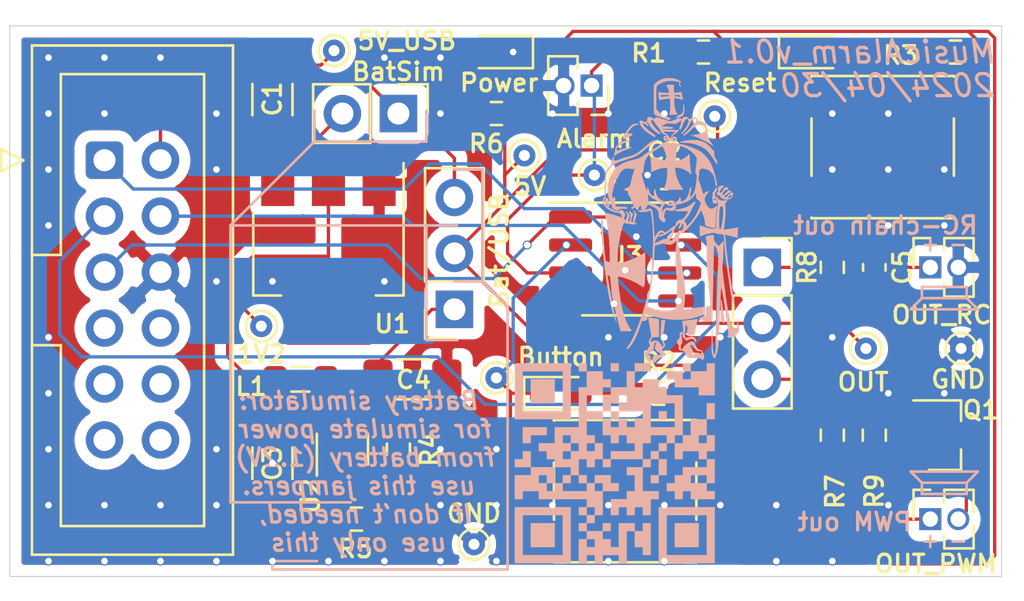
<source format=kicad_pcb>
(kicad_pcb (version 20171130) (host pcbnew "(5.1.12)-1")
  (layers (0 F.Cu signal) (31 B.Cu signal) (34 B.Paste user) (35 F.Paste user) (36 B.SilkS user) (37 F.SilkS user) (38 B.Mask user) (39 F.Mask user) (44 Edge.Cuts user))
  (net 0 "")
  (net 1 GND)
  (net 2 +5V)
  (net 3 "Net-(C4-Pad1)")
  (net 4 "Net-(D1-Pad2)")
  (net 5 /btn)
  (net 6 "Net-(D2-Pad2)")
  (net 7 /reset)
  (net 8 /mosi)
  (net 9 /sck)
  (net 10 /miso)
  (net 11 /alarm)
  (net 12 "Net-(L1-Pad2)")
  (net 13 "Net-(LS2-Pad2)")
  (net 14 "Net-(Q1-Pad1)")
  (net 15 "Net-(R4-Pad2)")
  (net 16 /rc)
  (net 17 "Net-(SW2-Pad2)")
  (net 18 +5VD)
  (net 19 +1V2)
  (net 20 "Net-(C5-Pad1)")
  (net 21 "Net-(D3-Pad2)")
  (net 22 "Net-(R7-Pad2)")
  (module mine:qr_code_front_10mm (layer B.Cu) (at 137.414 109.855)
    (fp_text reference G*** hide)
    (fp_text value LOGO hide)
  )
  (module mine:knight_10x13mm (layer B.Cu) (at 139.954 98.806 180)
    (fp_text reference G*** hide)
    (fp_text value LOGO hide)
  )
  (module TestPoint:TestPoint_THTPad_D1.0mm_Drill0.5mm (layer F.Cu) (at 131.064 113.538)
    (fp_text reference TP9 hide)
    (fp_text value GND)
    (pad 1 thru_hole circle (at 0 0) (size 1 1) (drill 0.5) (layers *.Cu *.Mask) (net 1 GND))
  )
  (module TestPoint:TestPoint_THTPad_D1.0mm_Drill0.5mm (layer F.Cu) (at 153.162 104.648)
    (fp_text reference TP8 hide)
    (fp_text value GND)
    (pad 1 thru_hole circle (at 0 0) (size 1 1) (drill 0.5) (layers *.Cu *.Mask) (net 1 GND))
  )
  (module TestPoint:TestPoint_THTPad_D1.0mm_Drill0.5mm (layer F.Cu) (at 148.844 104.648)
    (fp_text reference TP7 hide)
    (fp_text value Out)
    (pad 1 thru_hole circle (at 0 0) (size 1 1) (drill 0.5) (layers *.Cu *.Mask) (net 8 /mosi))
  )
  (module TestPoint:TestPoint_THTPad_D1.0mm_Drill0.5mm (layer F.Cu) (at 136.525 96.774)
    (fp_text reference TP6 hide)
    (fp_text value Alarm)
    (pad 1 thru_hole circle (at 0 0) (size 1 1) (drill 0.5) (layers *.Cu *.Mask) (net 11 /alarm))
  )
  (module TestPoint:TestPoint_THTPad_D1.0mm_Drill0.5mm (layer F.Cu) (at 132.08 105.9815)
    (fp_text reference TP5 hide)
    (fp_text value Btn)
    (pad 1 thru_hole circle (at 0 0) (size 1 1) (drill 0.5) (layers *.Cu *.Mask) (net 5 /btn))
  )
  (module TestPoint:TestPoint_THTPad_D1.0mm_Drill0.5mm (layer F.Cu) (at 141.986 94.107)
    (fp_text reference TP4 hide)
    (fp_text value Reset)
    (pad 1 thru_hole circle (at 0 0) (size 1 1) (drill 0.5) (layers *.Cu *.Mask) (net 7 /reset))
  )
  (module TestPoint:TestPoint_THTPad_D1.0mm_Drill0.5mm (layer F.Cu) (at 121.412 103.632)
    (fp_text reference TP3 hide)
    (fp_text value 1V2)
    (pad 1 thru_hole circle (at 0 0) (size 1 1) (drill 0.5) (layers *.Cu *.Mask) (net 19 +1V2))
  )
  (module TestPoint:TestPoint_THTPad_D1.0mm_Drill0.5mm (layer F.Cu) (at 133.35 95.885)
    (fp_text reference TP2 hide)
    (fp_text value 5V)
    (pad 1 thru_hole circle (at 0 0) (size 1 1) (drill 0.5) (layers *.Cu *.Mask) (net 2 +5V))
  )
  (module TestPoint:TestPoint_THTPad_D1.0mm_Drill0.5mm (layer F.Cu) (at 124.714 91.1225)
    (fp_text reference TP1 hide)
    (fp_text value 5V_USB)
    (pad 1 thru_hole circle (at 0 0) (size 1 1) (drill 0.5) (layers *.Cu *.Mask) (net 18 +5VD))
  )
  (module Resistor_SMD:R_0603_1608Metric_Pad0.98x0.95mm_HandSolder (layer F.Cu) (at 132.08 93.98)
    (fp_text reference R6 (at -0.4572 1.3716) (layer F.SilkS) (effects (font (size 0.8 0.8))))
    (fp_text value 510)
    (pad 2 smd roundrect (at 0.9125 0) (size 0.975 0.95) (layers F.Cu F.Paste F.Mask) (net 2 +5V))
    (pad 1 smd roundrect (at -0.9125 0) (size 0.975 0.95) (layers F.Cu F.Paste F.Mask) (net 21 "Net-(D3-Pad2)"))
  )
  (module LED_SMD:LED_0603_1608Metric_Pad1.05x0.95mm_HandSolder (layer F.Cu) (at 132.08 91.186 180)
    (fp_text reference D3 hide)
    (fp_text value Power)
    (pad 2 smd roundrect (at 0.875 0 180) (size 1.05 0.95) (layers F.Cu F.Paste F.Mask) (net 21 "Net-(D3-Pad2)"))
    (pad 1 smd roundrect (at -0.875 0 180) (size 1.05 0.95) (layers F.Cu F.Paste F.Mask) (net 1 GND))
  )
  (module Capacitor_SMD:C_0603_1608Metric_Pad1.08x0.95mm_HandSolder (layer F.Cu) (at 139.7 96.901 180)
    (fp_text reference C2 (at 0 1.1938) (layer F.SilkS) (effects (font (size 0.8 0.8))))
    (fp_text value 100n)
    (pad 2 smd roundrect (at 0.8625 0 180) (size 1.075 0.95) (layers F.Cu F.Paste F.Mask) (net 1 GND))
    (pad 1 smd roundrect (at -0.8625 0 180) (size 1.075 0.95) (layers F.Cu F.Paste F.Mask) (net 2 +5V))
  )
  (module Connector_PinSocket_2.54mm:PinSocket_1x03_P2.54mm_Vertical (layer F.Cu) (at 130.175 102.87 180)
    (fp_text reference SW4 hide)
    (fp_text value USB/DCDC)
    (pad 3 thru_hole oval (at 0 5.08 180) (size 1.7 1.7) (drill 1) (layers *.Cu *.Mask) (net 18 +5VD))
    (pad 2 thru_hole oval (at 0 2.54 180) (size 1.7 1.7) (drill 1) (layers *.Cu *.Mask) (net 2 +5V))
    (pad 1 thru_hole rect (at 0 0 180) (size 1.7 1.7) (drill 1) (layers *.Cu *.Mask) (net 3 "Net-(C4-Pad1)"))
  )
  (module Package_SO:SOIC-8_3.9x4.9mm_P1.27mm (layer F.Cu) (at 137.922 100.584)
    (fp_text reference U3 (at 0 -0.127) (layer F.SilkS) (effects (font (size 0.8 0.8))))
    (fp_text value ATtiny13-20SSU)
    (pad 8 smd roundrect (at 2.475 -1.905) (size 1.95 0.6) (layers F.Cu F.Paste F.Mask) (net 2 +5V))
    (pad 7 smd roundrect (at 2.475 -0.635) (size 1.95 0.6) (layers F.Cu F.Paste F.Mask) (net 9 /sck))
    (pad 6 smd roundrect (at 2.475 0.635) (size 1.95 0.6) (layers F.Cu F.Paste F.Mask) (net 10 /miso))
    (pad 5 smd roundrect (at 2.475 1.905) (size 1.95 0.6) (layers F.Cu F.Paste F.Mask) (net 8 /mosi))
    (pad 4 smd roundrect (at -2.475 1.905) (size 1.95 0.6) (layers F.Cu F.Paste F.Mask) (net 1 GND))
    (pad 3 smd roundrect (at -2.475 0.635) (size 1.95 0.6) (layers F.Cu F.Paste F.Mask) (net 11 /alarm))
    (pad 2 smd roundrect (at -2.475 -0.635) (size 1.95 0.6) (layers F.Cu F.Paste F.Mask) (net 5 /btn))
    (pad 1 smd roundrect (at -2.475 -1.905) (size 1.95 0.6) (layers F.Cu F.Paste F.Mask) (net 7 /reset))
  )
  (module Package_TO_SOT_SMD:Texas_R-PDSO-G6 (layer F.Cu) (at 125.095 109.22 90)
    (fp_text reference U2 (at -2.1336 -1.4478 90) (layer F.SilkS) (effects (font (size 0.8 0.8))))
    (fp_text value TPS61221DCK)
    (pad 6 smd rect (at 1.1 -0.65 90) (size 0.9 0.4) (layers F.Cu F.Paste F.Mask) (net 19 +1V2))
    (pad 4 smd rect (at 1.1 0.65 90) (size 0.9 0.4) (layers F.Cu F.Paste F.Mask) (net 3 "Net-(C4-Pad1)"))
    (pad 2 smd rect (at -1.1 0 90) (size 0.9 0.4) (layers F.Cu F.Paste F.Mask) (net 15 "Net-(R4-Pad2)"))
    (pad 5 smd rect (at 1.1 0 90) (size 0.9 0.4) (layers F.Cu F.Paste F.Mask) (net 12 "Net-(L1-Pad2)"))
    (pad 3 smd rect (at -1.1 0.65 90) (size 0.9 0.4) (layers F.Cu F.Paste F.Mask) (net 1 GND))
    (pad 1 smd rect (at -1.1 -0.65 90) (size 0.9 0.4) (layers F.Cu F.Paste F.Mask) (net 19 +1V2))
  )
  (module Package_TO_SOT_SMD:SOT-223-3_TabPin2 (layer F.Cu) (at 124.46 100.33 270)
    (fp_text reference U1 (at 3.2004 -2.8956) (layer F.SilkS) (effects (font (size 0.8 0.8))))
    (fp_text value AMS1117-1.2)
    (pad 1 smd rect (at -3.15 -2.3 270) (size 2 1.5) (layers F.Cu F.Paste F.Mask) (net 1 GND))
    (pad 3 smd rect (at -3.15 2.3 270) (size 2 1.5) (layers F.Cu F.Paste F.Mask) (net 17 "Net-(SW2-Pad2)"))
    (pad 2 smd rect (at -3.15 0 270) (size 2 1.5) (layers F.Cu F.Paste F.Mask) (net 19 +1V2))
    (pad 2 smd rect (at 3.15 0 270) (size 2 3.8) (layers F.Cu F.Paste F.Mask) (net 19 +1V2))
  )
  (module Connector_PinSocket_2.54mm:PinSocket_1x03_P2.54mm_Vertical (layer F.Cu) (at 144.145 100.965)
    (fp_text reference SW5 hide)
    (fp_text value RC/PWM)
    (pad 3 thru_hole oval (at 0 5.08) (size 1.7 1.7) (drill 1) (layers *.Cu *.Mask) (net 22 "Net-(R7-Pad2)"))
    (pad 2 thru_hole oval (at 0 2.54) (size 1.7 1.7) (drill 1) (layers *.Cu *.Mask) (net 8 /mosi))
    (pad 1 thru_hole rect (at 0 0) (size 1.7 1.7) (drill 1) (layers *.Cu *.Mask) (net 16 /rc))
  )
  (module Button_Switch_SMD:SW_Push_1P1T_NO_6x6mm_H9.5mm (layer F.Cu) (at 149.606 95.504)
    (fp_text reference SW3 hide)
    (fp_text value Reset)
    (pad 2 smd rect (at 3.975 2.25) (size 1.55 1.3) (layers F.Cu F.Paste F.Mask) (net 1 GND))
    (pad 1 smd rect (at 3.975 -2.25) (size 1.55 1.3) (layers F.Cu F.Paste F.Mask) (net 7 /reset))
    (pad 1 smd rect (at -3.975 -2.25) (size 1.55 1.3) (layers F.Cu F.Paste F.Mask) (net 7 /reset))
    (pad 2 smd rect (at -3.975 2.25) (size 1.55 1.3) (layers F.Cu F.Paste F.Mask) (net 1 GND))
  )
  (module Connector_PinHeader_2.54mm:PinHeader_1x02_P2.54mm_Vertical (layer F.Cu) (at 127.635 93.98 270)
    (fp_text reference SW2 hide)
    (fp_text value 5V_IN)
    (pad 2 thru_hole oval (at 0 2.54 270) (size 1.7 1.7) (drill 1) (layers *.Cu *.Mask) (net 17 "Net-(SW2-Pad2)"))
    (pad 1 thru_hole rect (at 0 0 270) (size 1.7 1.7) (drill 1) (layers *.Cu *.Mask) (net 18 +5VD))
  )
  (module Button_Switch_SMD:SW_Push_1P1T_NO_6x6mm_H9.5mm (layer F.Cu) (at 137.922 111.125)
    (fp_text reference SW1 hide)
    (fp_text value Button)
    (pad 2 smd rect (at 3.975 2.25) (size 1.55 1.3) (layers F.Cu F.Paste F.Mask) (net 1 GND))
    (pad 1 smd rect (at 3.975 -2.25) (size 1.55 1.3) (layers F.Cu F.Paste F.Mask) (net 5 /btn))
    (pad 1 smd rect (at -3.975 -2.25) (size 1.55 1.3) (layers F.Cu F.Paste F.Mask) (net 5 /btn))
    (pad 2 smd rect (at -3.975 2.25) (size 1.55 1.3) (layers F.Cu F.Paste F.Mask) (net 1 GND))
  )
  (module Resistor_SMD:R_0603_1608Metric_Pad0.98x0.95mm_HandSolder (layer F.Cu) (at 149.225 108.585 270)
    (fp_text reference R9 (at 2.54 0 90) (layer F.SilkS) (effects (font (size 0.8 0.8))))
    (fp_text value 10k)
    (pad 2 smd roundrect (at 0.9125 0 270) (size 0.975 0.95) (layers F.Cu F.Paste F.Mask) (net 14 "Net-(Q1-Pad1)"))
    (pad 1 smd roundrect (at -0.9125 0 270) (size 0.975 0.95) (layers F.Cu F.Paste F.Mask) (net 1 GND))
  )
  (module Resistor_SMD:R_0603_1608Metric_Pad0.98x0.95mm_HandSolder (layer F.Cu) (at 147.32 100.965 270)
    (fp_text reference R8 (at 0 1.143 90) (layer F.SilkS) (effects (font (size 0.8 0.8))))
    (fp_text value 130)
    (pad 2 smd roundrect (at 0.9125 0 270) (size 0.975 0.95) (layers F.Cu F.Paste F.Mask) (net 16 /rc))
    (pad 1 smd roundrect (at -0.9125 0 270) (size 0.975 0.95) (layers F.Cu F.Paste F.Mask) (net 20 "Net-(C5-Pad1)"))
  )
  (module Resistor_SMD:R_0603_1608Metric_Pad0.98x0.95mm_HandSolder (layer F.Cu) (at 147.32 108.585 90)
    (fp_text reference R7 (at -2.5654 0.127 90) (layer F.SilkS) (effects (font (size 0.8 0.8))))
    (fp_text value 1k)
    (pad 2 smd roundrect (at 0.9125 0 90) (size 0.975 0.95) (layers F.Cu F.Paste F.Mask) (net 22 "Net-(R7-Pad2)"))
    (pad 1 smd roundrect (at -0.9125 0 90) (size 0.975 0.95) (layers F.Cu F.Paste F.Mask) (net 14 "Net-(Q1-Pad1)"))
  )
  (module Resistor_SMD:R_0603_1608Metric_Pad0.98x0.95mm_HandSolder (layer F.Cu) (at 125.73 112.395)
    (fp_text reference R5 (at -0.0508 1.3462) (layer F.SilkS) (effects (font (size 0.8 0.8))))
    (fp_text value DNP)
    (pad 2 smd roundrect (at 0.9125 0) (size 0.975 0.95) (layers F.Cu F.Paste F.Mask) (net 1 GND))
    (pad 1 smd roundrect (at -0.9125 0) (size 0.975 0.95) (layers F.Cu F.Paste F.Mask) (net 15 "Net-(R4-Pad2)"))
  )
  (module Resistor_SMD:R_0603_1608Metric_Pad0.98x0.95mm_HandSolder (layer F.Cu) (at 127.635 109.22 270)
    (fp_text reference R4 (at 0 -1.43 90) (layer F.SilkS) (effects (font (size 0.8 0.8))))
    (fp_text value 0R)
    (pad 2 smd roundrect (at 0.9125 0 270) (size 0.975 0.95) (layers F.Cu F.Paste F.Mask) (net 15 "Net-(R4-Pad2)"))
    (pad 1 smd roundrect (at -0.9125 0 270) (size 0.975 0.95) (layers F.Cu F.Paste F.Mask) (net 3 "Net-(C4-Pad1)"))
  )
  (module Resistor_SMD:R_0603_1608Metric_Pad0.98x0.95mm_HandSolder (layer F.Cu) (at 152.908 91.186 180)
    (fp_text reference R3 (at 2.4892 -0.1524) (layer F.SilkS) (effects (font (size 0.8 0.8))))
    (fp_text value 510)
    (pad 2 smd roundrect (at 0.9125 0 180) (size 0.975 0.95) (layers F.Cu F.Paste F.Mask) (net 6 "Net-(D2-Pad2)"))
    (pad 1 smd roundrect (at -0.9125 0 180) (size 0.975 0.95) (layers F.Cu F.Paste F.Mask) (net 2 +5V))
  )
  (module Resistor_SMD:R_0603_1608Metric_Pad0.98x0.95mm_HandSolder (layer F.Cu) (at 139.446 106.68)
    (fp_text reference R2 (at 0 -1.43) (layer F.SilkS) (effects (font (size 0.8 0.8))))
    (fp_text value 510)
    (pad 2 smd roundrect (at 0.9125 0) (size 0.975 0.95) (layers F.Cu F.Paste F.Mask) (net 2 +5V))
    (pad 1 smd roundrect (at -0.9125 0) (size 0.975 0.95) (layers F.Cu F.Paste F.Mask) (net 4 "Net-(D1-Pad2)"))
  )
  (module Resistor_SMD:R_0603_1608Metric_Pad0.98x0.95mm_HandSolder (layer F.Cu) (at 141.478 91.186)
    (fp_text reference R1 (at -2.4892 0.0508) (layer F.SilkS) (effects (font (size 0.8 0.8))))
    (fp_text value 10k)
    (pad 2 smd roundrect (at 0.9125 0) (size 0.975 0.95) (layers F.Cu F.Paste F.Mask) (net 2 +5V))
    (pad 1 smd roundrect (at -0.9125 0) (size 0.975 0.95) (layers F.Cu F.Paste F.Mask) (net 11 /alarm))
  )
  (module Package_TO_SOT_SMD:SOT-23 (layer F.Cu) (at 152.4 108.585)
    (fp_text reference Q1 (at 1.651 -1.143) (layer F.SilkS) (effects (font (size 0.8 0.8))))
    (fp_text value BSS138)
    (pad 3 smd rect (at 1 0) (size 0.9 0.8) (layers F.Cu F.Paste F.Mask) (net 13 "Net-(LS2-Pad2)"))
    (pad 2 smd rect (at -1 0.95) (size 0.9 0.8) (layers F.Cu F.Paste F.Mask) (net 1 GND))
    (pad 1 smd rect (at -1 -0.95) (size 0.9 0.8) (layers F.Cu F.Paste F.Mask) (net 14 "Net-(Q1-Pad1)"))
  )
  (module Connector_PinSocket_1.27mm:PinSocket_1x02_P1.27mm_Vertical (layer F.Cu) (at 151.765 112.395 90)
    (fp_text reference LS2 hide)
    (fp_text value Speaker)
    (pad 2 thru_hole oval (at 0 1.27 90) (size 1 1) (drill 0.7) (layers *.Cu *.Mask) (net 13 "Net-(LS2-Pad2)"))
    (pad 1 thru_hole rect (at 0 0 90) (size 1 1) (drill 0.7) (layers *.Cu *.Mask) (net 2 +5V))
  )
  (module Connector_PinSocket_1.27mm:PinSocket_1x02_P1.27mm_Vertical (layer F.Cu) (at 151.765 100.965 90)
    (fp_text reference LS1 hide)
    (fp_text value Speaker)
    (pad 2 thru_hole oval (at 0 1.27 90) (size 1 1) (drill 0.7) (layers *.Cu *.Mask) (net 1 GND))
    (pad 1 thru_hole rect (at 0 0 90) (size 1 1) (drill 0.7) (layers *.Cu *.Mask) (net 20 "Net-(C5-Pad1)"))
  )
  (module Inductor_SMD:L_0805_2012Metric_Pad1.05x1.20mm_HandSolder (layer F.Cu) (at 123.19 106.045)
    (fp_text reference L1 (at -2.2352 0.3302) (layer F.SilkS) (effects (font (size 0.8 0.8))))
    (fp_text value 4.7u)
    (pad 2 smd roundrect (at 1.15 0) (size 1.05 1.2) (layers F.Cu F.Paste F.Mask) (roundrect_rratio 0.2380942857142857) (net 12 "Net-(L1-Pad2)"))
    (pad 1 smd roundrect (at -1.15 0) (size 1.05 1.2) (layers F.Cu F.Paste F.Mask) (roundrect_rratio 0.2380942857142857) (net 19 +1V2))
  )
  (module Connector_PinSocket_1.27mm:PinSocket_1x02_P1.27mm_Vertical (layer F.Cu) (at 136.398 92.71 270)
    (fp_text reference J2 hide)
    (fp_text value Alarm)
    (pad 2 thru_hole oval (at 0 1.27 270) (size 1 1) (drill 0.7) (layers *.Cu *.Mask) (net 1 GND))
    (pad 1 thru_hole rect (at 0 0 270) (size 1 1) (drill 0.7) (layers *.Cu *.Mask) (net 11 /alarm))
  )
  (module Connector_IDC:IDC-Header_2x06_P2.54mm_Vertical (layer F.Cu) (at 114.3 96.1)
    (fp_text reference J1 hide)
    (fp_text value Prog)
    (pad 12 thru_hole circle (at 2.54 12.7) (size 1.7 1.7) (drill 1) (layers *.Cu *.Mask))
    (pad 10 thru_hole circle (at 2.54 10.16) (size 1.7 1.7) (drill 1) (layers *.Cu *.Mask))
    (pad 8 thru_hole circle (at 2.54 7.62) (size 1.7 1.7) (drill 1) (layers *.Cu *.Mask))
    (pad 6 thru_hole circle (at 2.54 5.08) (size 1.7 1.7) (drill 1) (layers *.Cu *.Mask) (net 1 GND))
    (pad 4 thru_hole circle (at 2.54 2.54) (size 1.7 1.7) (drill 1) (layers *.Cu *.Mask) (net 8 /mosi))
    (pad 2 thru_hole circle (at 2.54 0) (size 1.7 1.7) (drill 1) (layers *.Cu *.Mask) (net 18 +5VD))
    (pad 11 thru_hole circle (at 0 12.7) (size 1.7 1.7) (drill 1) (layers *.Cu *.Mask))
    (pad 9 thru_hole circle (at 0 10.16) (size 1.7 1.7) (drill 1) (layers *.Cu *.Mask))
    (pad 7 thru_hole circle (at 0 7.62) (size 1.7 1.7) (drill 1) (layers *.Cu *.Mask))
    (pad 5 thru_hole circle (at 0 5.08) (size 1.7 1.7) (drill 1) (layers *.Cu *.Mask) (net 7 /reset))
    (pad 3 thru_hole circle (at 0 2.54) (size 1.7 1.7) (drill 1) (layers *.Cu *.Mask) (net 9 /sck))
    (pad 1 thru_hole roundrect (at 0 0) (size 1.7 1.7) (drill 1) (layers *.Cu *.Mask) (roundrect_rratio 0.1470588235294118) (net 10 /miso))
  )
  (module LED_SMD:LED_0603_1608Metric_Pad1.05x0.95mm_HandSolder (layer F.Cu) (at 146.558 91.186)
    (fp_text reference D2 hide)
    (fp_text value Reset)
    (pad 2 smd roundrect (at 0.875 0) (size 1.05 0.95) (layers F.Cu F.Paste F.Mask) (net 6 "Net-(D2-Pad2)"))
    (pad 1 smd roundrect (at -0.875 0) (size 1.05 0.95) (layers F.Cu F.Paste F.Mask) (net 7 /reset))
  )
  (module LED_SMD:LED_0603_1608Metric_Pad1.05x0.95mm_HandSolder (layer F.Cu) (at 135.001 106.68)
    (fp_text reference D1 hide)
    (fp_text value Button)
    (pad 2 smd roundrect (at 0.875 0) (size 1.05 0.95) (layers F.Cu F.Paste F.Mask) (net 4 "Net-(D1-Pad2)"))
    (pad 1 smd roundrect (at -0.875 0) (size 1.05 0.95) (layers F.Cu F.Paste F.Mask) (net 5 /btn))
  )
  (module Capacitor_SMD:C_0603_1608Metric_Pad1.08x0.95mm_HandSolder (layer F.Cu) (at 149.225 100.965 270)
    (fp_text reference C5 (at 0 -1.27 90) (layer F.SilkS) (effects (font (size 0.8 0.8))))
    (fp_text value 330n)
    (pad 2 smd roundrect (at 0.8625 0 270) (size 1.075 0.95) (layers F.Cu F.Paste F.Mask) (net 1 GND))
    (pad 1 smd roundrect (at -0.8625 0 270) (size 1.075 0.95) (layers F.Cu F.Paste F.Mask) (net 20 "Net-(C5-Pad1)"))
  )
  (module Capacitor_SMD:C_1206_3216Metric_Pad1.33x1.80mm_HandSolder (layer F.Cu) (at 128.27 106.045)
    (fp_text reference C4 (at 0.0508 0.0254) (layer F.SilkS) (effects (font (size 0.8 0.8))))
    (fp_text value 4.7u)
    (pad 2 smd roundrect (at 1.5625 0) (size 1.325 1.8) (layers F.Cu F.Paste F.Mask) (roundrect_rratio 0.1886784905660377) (net 1 GND))
    (pad 1 smd roundrect (at -1.5625 0) (size 1.325 1.8) (layers F.Cu F.Paste F.Mask) (roundrect_rratio 0.1886784905660377) (net 3 "Net-(C4-Pad1)"))
  )
  (module Capacitor_SMD:C_1206_3216Metric_Pad1.33x1.80mm_HandSolder (layer F.Cu) (at 121.92 109.855 270)
    (fp_text reference C3 (at 0.0254 0 90) (layer F.SilkS) (effects (font (size 0.8 0.8))))
    (fp_text value 4.7u)
    (pad 2 smd roundrect (at 1.5625 0 270) (size 1.325 1.8) (layers F.Cu F.Paste F.Mask) (roundrect_rratio 0.1886784905660377) (net 1 GND))
    (pad 1 smd roundrect (at -1.5625 0 270) (size 1.325 1.8) (layers F.Cu F.Paste F.Mask) (roundrect_rratio 0.1886784905660377) (net 19 +1V2))
  )
  (module Capacitor_SMD:C_1206_3216Metric_Pad1.33x1.80mm_HandSolder (layer F.Cu) (at 121.92 93.345 270)
    (fp_text reference C1 (at -0.0254 0 90) (layer F.SilkS) (effects (font (size 0.8 0.8))))
    (fp_text value 4.7u)
    (pad 2 smd roundrect (at 1.5625 0 270) (size 1.325 1.8) (layers F.Cu F.Paste F.Mask) (roundrect_rratio 0.1886784905660377) (net 1 GND))
    (pad 1 smd roundrect (at -1.5625 0 270) (size 1.325 1.8) (layers F.Cu F.Paste F.Mask) (roundrect_rratio 0.1886784905660377) (net 18 +5VD))
  )
  (gr_text "PWM out" (at 148.336 112.522) (layer B.SilkS) (effects (font (size 0.8 0.8)) (justify mirror)))
  (gr_text "RC-chain out" (at 149.733 99.06) (layer B.SilkS) (effects (font (size 0.8 0.8)) (justify mirror)))
  (gr_line (start 152.781 99.949) (end 153.289 99.949) (layer B.SilkS) (width 0.12))
  (gr_line (start 151.765 99.695) (end 151.765 100.203) (layer B.SilkS) (width 0.12))
  (gr_line (start 151.511 99.949) (end 152.019 99.949) (layer B.SilkS) (width 0.12))
  (gr_line (start 152.781 113.411) (end 153.289 113.411) (layer B.SilkS) (width 0.12))
  (gr_line (start 151.511 113.411) (end 152.019 113.411) (layer B.SilkS) (width 0.12))
  (gr_line (start 151.765 113.157) (end 151.765 113.665) (layer B.SilkS) (width 0.12))
  (gr_line (start 153.924 110.236) (end 150.876 110.236) (layer B.SilkS) (width 0.12))
  (gr_line (start 153.416 111.252) (end 151.384 111.252) (layer B.SilkS) (width 0.12))
  (gr_line (start 151.384 111.252) (end 151.384 110.744) (layer B.SilkS) (width 0.12))
  (gr_line (start 151.384 110.744) (end 153.416 110.744) (layer B.SilkS) (width 0.12))
  (gr_line (start 153.416 110.744) (end 153.416 111.252) (layer B.SilkS) (width 0.12))
  (gr_line (start 153.416 110.744) (end 153.924 110.236) (layer B.SilkS) (width 0.12))
  (gr_line (start 150.876 110.236) (end 151.384 110.744) (layer B.SilkS) (width 0.12))
  (gr_line (start 153.924 102.87) (end 153.416 102.362) (layer B.SilkS) (width 0.12))
  (gr_line (start 150.876 102.87) (end 153.924 102.87) (layer B.SilkS) (width 0.12))
  (gr_line (start 151.384 102.362) (end 150.876 102.87) (layer B.SilkS) (width 0.12))
  (gr_line (start 151.384 102.362) (end 151.384 101.854) (layer B.SilkS) (width 0.12))
  (gr_line (start 153.416 102.362) (end 151.384 102.362) (layer B.SilkS) (width 0.12))
  (gr_line (start 153.416 101.854) (end 153.416 102.362) (layer B.SilkS) (width 0.12))
  (gr_line (start 151.384 101.854) (end 153.416 101.854) (layer B.SilkS) (width 0.12))
  (gr_line (start 130.175 101.6) (end 130.302 101.6) (layer B.SilkS) (width 0.12))
  (gr_line (start 130.175 96.52) (end 130.302 96.52) (layer B.SilkS) (width 0.12))
  (gr_line (start 131.445 96.52) (end 130.302 96.52) (layer B.SilkS) (width 0.12))
  (gr_line (start 131.445 101.6) (end 131.445 96.52) (layer B.SilkS) (width 0.12))
  (gr_line (start 130.302 101.6) (end 131.445 101.6) (layer B.SilkS) (width 0.12))
  (gr_line (start 131.445 101.6) (end 130.302 101.6) (layer B.SilkS) (width 0.12))
  (gr_line (start 132.588 102.743) (end 131.445 101.6) (layer B.SilkS) (width 0.12))
  (gr_line (start 132.588 114.681) (end 132.588 102.743) (layer B.SilkS) (width 0.12))
  (gr_line (start 121.92 114.681) (end 132.588 114.681) (layer B.SilkS) (width 0.12))
  (gr_line (start 121.92 114.3) (end 121.92 114.681) (layer B.SilkS) (width 0.12))
  (gr_line (start 123.952 114.3) (end 121.92 114.3) (layer B.SilkS) (width 0.12))
  (gr_line (start 128.905 104.267) (end 130.302 104.267) (layer B.SilkS) (width 0.12))
  (gr_line (start 128.905 99.06) (end 128.905 104.267) (layer B.SilkS) (width 0.12))
  (gr_line (start 130.302 99.06) (end 120.015 99.06) (layer B.SilkS) (width 0.12))
  (gr_line (start 128.905 95.25) (end 123.825 95.25) (layer B.SilkS) (width 0.12))
  (gr_line (start 128.905 93.853) (end 128.905 95.25) (layer B.SilkS) (width 0.12))
  (gr_line (start 123.825 95.25) (end 123.825 93.853) (layer B.SilkS) (width 0.12))
  (gr_line (start 120.015 99.06) (end 123.825 95.25) (layer B.SilkS) (width 0.12))
  (gr_line (start 120.015 111.633) (end 120.015 99.06) (layer B.SilkS) (width 0.12))
  (gr_line (start 125.476 111.633) (end 120.015 111.633) (layer B.SilkS) (width 0.12))
  (gr_text "Battery simulator:\nfor simulate power \nfrom battery (1.2V) \nuse this jampers.\nIf don't needed, \nuse only this" (at 125.857 110.236) (layer B.SilkS) (effects (font (size 0.8 0.8) (thickness 0.15) italic) (justify mirror)))
  (gr_text 2024/04/30 (at 149.86 92.71) (layer B.SilkS) (effects (font (size 1 1) (thickness 0.15) italic) (justify mirror)))
  (gr_text MusicAlarm_v0.1 (at 148.59 91.186) (layer B.SilkS) (effects (font (size 1 1) (thickness 0.15) italic) (justify mirror)))
  (gr_text BatSim (at 127.635 92.075) (layer F.SilkS) (effects (font (size 0.8 0.8))))
  (gr_text Bat/USB (at 132.207 100.203 90) (layer F.SilkS) (effects (font (size 0.8 0.8))))
  (gr_text 1V2 (at 121.412 104.902) (layer F.SilkS) (effects (font (size 0.8 0.8))))
  (gr_text OUT_RC (at 152.273 103.124) (layer F.SilkS) (effects (font (size 0.8 0.8))))
  (gr_text OUT_PWM (at 152.019 114.427) (layer F.SilkS) (effects (font (size 0.8 0.8))))
  (gr_text OUT (at 148.717 106.172) (layer F.SilkS) (effects (font (size 0.8 0.8))))
  (gr_text GND (at 153.035 106.045) (layer F.SilkS) (effects (font (size 0.8 0.8))))
  (gr_text GND (at 131.064 112.141) (layer F.SilkS) (effects (font (size 0.8 0.8))))
  (gr_text Button (at 135.001 105.029) (layer F.SilkS) (effects (font (size 0.8 0.8))))
  (gr_text Alarm (at 136.525 95.123) (layer F.SilkS) (effects (font (size 0.8 0.8))))
  (gr_text 5V (at 133.604 97.282) (layer F.SilkS) (effects (font (size 0.8 0.8))))
  (gr_text 5V_USB (at 128.016 90.678) (layer F.SilkS) (effects (font (size 0.8 0.8))))
  (gr_text Reset (at 143.129 92.583) (layer F.SilkS) (effects (font (size 0.8 0.8))))
  (gr_text Power (at 132.207 92.583) (layer F.SilkS) (effects (font (size 0.8 0.8))))
  (gr_line (start 110 115) (end 110 90) (layer Edge.Cuts) (width 0.05))
  (gr_line (start 155 115) (end 110 115) (layer Edge.Cuts) (width 0.05))
  (gr_line (start 155 90) (end 155 115) (layer Edge.Cuts) (width 0.05))
  (gr_line (start 110 90) (end 155 90) (layer Edge.Cuts) (width 0.05))
  (via (at 144.78 114.3) (size 0.4) (drill 0.3) (layers F.Cu B.Cu) (net 1))
  (via (at 144.78 111.76) (size 0.4) (drill 0.3) (layers F.Cu B.Cu) (net 1))
  (via (at 147.32 114.3) (size 0.4) (drill 0.3) (layers F.Cu B.Cu) (net 1))
  (via (at 149.86 111.76) (size 0.4) (drill 0.3) (layers F.Cu B.Cu) (net 1))
  (via (at 152.4 106.68) (size 0.4) (drill 0.3) (layers F.Cu B.Cu) (net 1))
  (via (at 149.86 106.68) (size 0.4) (drill 0.3) (layers F.Cu B.Cu) (net 1))
  (via (at 147.32 104.14) (size 0.4) (drill 0.3) (layers F.Cu B.Cu) (net 1))
  (via (at 142.24 111.76) (size 0.4) (drill 0.3) (layers F.Cu B.Cu) (net 1))
  (via (at 139.7 111.76) (size 0.4) (drill 0.3) (layers F.Cu B.Cu) (net 1))
  (via (at 137.16 111.76) (size 0.4) (drill 0.3) (layers F.Cu B.Cu) (net 1))
  (via (at 137.16 114.3) (size 0.4) (drill 0.3) (layers F.Cu B.Cu) (net 1))
  (via (at 139.7 114.3) (size 0.4) (drill 0.3) (layers F.Cu B.Cu) (net 1))
  (via (at 134.62 111.76) (size 0.4) (drill 0.3) (layers F.Cu B.Cu) (net 1))
  (via (at 132.08 111.76) (size 0.4) (drill 0.3) (layers F.Cu B.Cu) (net 1))
  (via (at 132.08 109.22) (size 0.4) (drill 0.3) (layers F.Cu B.Cu) (net 1))
  (via (at 129.54 109.22) (size 0.4) (drill 0.3) (layers F.Cu B.Cu) (net 1))
  (via (at 129.54 111.76) (size 0.4) (drill 0.3) (layers F.Cu B.Cu) (net 1))
  (via (at 127 114.3) (size 0.4) (drill 0.3) (layers F.Cu B.Cu) (net 1))
  (via (at 129.54 114.3) (size 0.4) (drill 0.3) (layers F.Cu B.Cu) (net 1))
  (via (at 132.08 114.3) (size 0.4) (drill 0.3) (layers F.Cu B.Cu) (net 1))
  (via (at 124.46 114.3) (size 0.4) (drill 0.3) (layers F.Cu B.Cu) (net 1))
  (via (at 121.92 114.3) (size 0.4) (drill 0.3) (layers F.Cu B.Cu) (net 1))
  (via (at 121.92 109.855) (size 0.4) (drill 0.3) (layers F.Cu B.Cu) (net 1))
  (via (at 119.38 114.3) (size 0.4) (drill 0.3) (layers F.Cu B.Cu) (net 1))
  (via (at 116.84 111.76) (size 0.4) (drill 0.3) (layers F.Cu B.Cu) (net 1))
  (via (at 116.84 114.3) (size 0.4) (drill 0.3) (layers F.Cu B.Cu) (net 1))
  (via (at 119.38 109.22) (size 0.4) (drill 0.3) (layers F.Cu B.Cu) (net 1))
  (via (at 119.38 111.76) (size 0.4) (drill 0.3) (layers F.Cu B.Cu) (net 1))
  (via (at 114.3 111.76) (size 0.4) (drill 0.3) (layers F.Cu B.Cu) (net 1))
  (via (at 114.3 114.3) (size 0.4) (drill 0.3) (layers F.Cu B.Cu) (net 1))
  (via (at 111.76 114.3) (size 0.4) (drill 0.3) (layers F.Cu B.Cu) (net 1))
  (via (at 111.76 111.76) (size 0.4) (drill 0.3) (layers F.Cu B.Cu) (net 1))
  (via (at 111.76 109.22) (size 0.4) (drill 0.3) (layers F.Cu B.Cu) (net 1))
  (via (at 111.76 106.68) (size 0.4) (drill 0.3) (layers F.Cu B.Cu) (net 1))
  (via (at 111.76 104.14) (size 0.4) (drill 0.3) (layers F.Cu B.Cu) (net 1))
  (via (at 111.76 99.06) (size 0.4) (drill 0.3) (layers F.Cu B.Cu) (net 1))
  (via (at 111.76 96.52) (size 0.4) (drill 0.3) (layers F.Cu B.Cu) (net 1))
  (via (at 111.76 93.98) (size 0.4) (drill 0.3) (layers F.Cu B.Cu) (net 1))
  (via (at 114.3 93.98) (size 0.4) (drill 0.3) (layers F.Cu B.Cu) (net 1))
  (via (at 114.3 91.44) (size 0.4) (drill 0.3) (layers F.Cu B.Cu) (net 1))
  (via (at 111.76 91.44) (size 0.4) (drill 0.3) (layers F.Cu B.Cu) (net 1))
  (via (at 116.84 91.44) (size 0.4) (drill 0.3) (layers F.Cu B.Cu) (net 1))
  (via (at 119.38 93.98) (size 0.4) (drill 0.3) (layers F.Cu B.Cu) (net 1))
  (via (at 119.38 96.52) (size 0.4) (drill 0.3) (layers F.Cu B.Cu) (net 1))
  (via (at 119.38 101.6) (size 0.4) (drill 0.3) (layers F.Cu B.Cu) (net 1))
  (via (at 121.92 101.6) (size 0.4) (drill 0.3) (layers F.Cu B.Cu) (net 1))
  (via (at 127 101.6) (size 0.4) (drill 0.3) (layers F.Cu B.Cu) (net 1))
  (via (at 127 91.44) (size 0.4) (drill 0.3) (layers F.Cu B.Cu) (net 1))
  (via (at 129.54 91.44) (size 0.4) (drill 0.3) (layers F.Cu B.Cu) (net 1))
  (via (at 129.54 93.98) (size 0.4) (drill 0.3) (layers F.Cu B.Cu) (net 1))
  (via (at 134.62 93.98) (size 0.4) (drill 0.3) (layers F.Cu B.Cu) (net 1))
  (via (at 137.16 93.98) (size 0.4) (drill 0.3) (layers F.Cu B.Cu) (net 1))
  (via (at 139.7 93.98) (size 0.4) (drill 0.3) (layers F.Cu B.Cu) (net 1))
  (via (at 149.86 93.98) (size 0.4) (drill 0.3) (layers F.Cu B.Cu) (net 1))
  (via (at 147.32 93.98) (size 0.4) (drill 0.3) (layers F.Cu B.Cu) (net 1))
  (via (at 147.32 96.52) (size 0.4) (drill 0.3) (layers F.Cu B.Cu) (net 1))
  (via (at 149.86 96.52) (size 0.4) (drill 0.3) (layers F.Cu B.Cu) (net 1))
  (via (at 152.4 96.52) (size 0.4) (drill 0.3) (layers F.Cu B.Cu) (net 1))
  (via (at 152.4 99.06) (size 0.4) (drill 0.3) (layers F.Cu B.Cu) (net 1))
  (via (at 149.86 99.06) (size 0.4) (drill 0.3) (layers F.Cu B.Cu) (net 1))
  (via (at 137.16 104.14) (size 0.4) (drill 0.3) (layers F.Cu B.Cu) (net 1))
  (via (at 139.7 104.14) (size 0.4) (drill 0.3) (layers F.Cu B.Cu) (net 1))
  (via (at 142.24 104.14) (size 0.4) (drill 0.3) (layers F.Cu B.Cu) (net 1))
  (via (at 137.414 102.616) (size 0.4) (drill 0.3) (layers F.Cu B.Cu) (net 1))
  (via (at 137.922 101.092) (size 0.4) (drill 0.3) (layers F.Cu B.Cu) (net 1))
  (via (at 138.43 99.568) (size 0.4) (drill 0.3) (layers F.Cu B.Cu) (net 1))
  (segment (start 125.745 110.32) (end 126.322 110.32) (width 0.15) (layer F.Cu) (net 1))
  (segment (start 126.6425 110.6405) (end 126.6425 112.395) (width 0.15) (layer F.Cu) (net 1))
  (segment (start 126.322 110.32) (end 126.6425 110.6405) (width 0.15) (layer F.Cu) (net 1))
  (via (at 138.938 96.774) (size 0.4) (drill 0.3) (layers F.Cu B.Cu) (net 1))
  (via (at 132.842 91.186) (size 0.4) (drill 0.3) (layers F.Cu B.Cu) (net 1))
  (segment (start 138.43 100.584) (end 137.922 101.092) (width 0.15) (layer F.Cu) (net 1))
  (segment (start 138.43 99.568) (end 138.43 100.584) (width 0.15) (layer F.Cu) (net 1))
  (segment (start 137.922 102.108) (end 137.414 102.616) (width 0.15) (layer F.Cu) (net 1))
  (segment (start 137.922 101.092) (end 137.922 102.108) (width 0.15) (layer F.Cu) (net 1))
  (segment (start 137.414 103.886) (end 137.16 104.14) (width 0.15) (layer F.Cu) (net 1))
  (segment (start 137.414 102.616) (end 137.414 103.886) (width 0.15) (layer F.Cu) (net 1))
  (segment (start 152.4 106.68) (end 152.4 109.22) (width 0.15) (layer F.Cu) (net 1))
  (segment (start 152.085 109.535) (end 151.4 109.535) (width 0.15) (layer F.Cu) (net 1))
  (segment (start 152.4 109.22) (end 152.085 109.535) (width 0.15) (layer F.Cu) (net 1))
  (segment (start 130.175 100.33) (end 132.461 98.044) (width 0.15) (layer F.Cu) (net 2))
  (segment (start 132.461 94.5115) (end 132.9925 93.98) (width 0.15) (layer F.Cu) (net 2))
  (segment (start 132.461 96.774) (end 133.35 95.885) (width 0.15) (layer F.Cu) (net 2))
  (segment (start 132.461 96.901) (end 132.461 96.774) (width 0.15) (layer F.Cu) (net 2))
  (segment (start 132.461 98.044) (end 132.461 96.901) (width 0.15) (layer F.Cu) (net 2))
  (segment (start 132.461 96.901) (end 132.461 94.5115) (width 0.15) (layer F.Cu) (net 2))
  (segment (start 132.461 94.5115) (end 132.461 93.345) (width 0.15) (layer F.Cu) (net 2))
  (segment (start 132.461 93.345) (end 135.55599 90.25001) (width 0.15) (layer F.Cu) (net 2))
  (segment (start 153.8205 90.5745) (end 153.8205 91.186) (width 0.15) (layer F.Cu) (net 2))
  (segment (start 153.49601 90.25001) (end 153.8205 90.5745) (width 0.15) (layer F.Cu) (net 2))
  (segment (start 142.3905 91.186) (end 142.3905 90.7015) (width 0.15) (layer F.Cu) (net 2))
  (segment (start 141.93901 90.25001) (end 153.49601 90.25001) (width 0.15) (layer F.Cu) (net 2))
  (segment (start 142.3905 90.7015) (end 141.93901 90.25001) (width 0.15) (layer F.Cu) (net 2))
  (segment (start 141.05001 90.25001) (end 141.93901 90.25001) (width 0.15) (layer F.Cu) (net 2))
  (segment (start 135.55599 90.25001) (end 141.05001 90.25001) (width 0.15) (layer F.Cu) (net 2))
  (segment (start 140.5625 96.1125) (end 140.5625 96.901) (width 0.15) (layer F.Cu) (net 2))
  (segment (start 140.081 95.631) (end 140.5625 96.1125) (width 0.15) (layer F.Cu) (net 2))
  (segment (start 134.874 95.631) (end 140.081 95.631) (width 0.15) (layer F.Cu) (net 2))
  (segment (start 132.461 98.044) (end 134.874 95.631) (width 0.15) (layer F.Cu) (net 2))
  (segment (start 140.5625 98.5135) (end 140.397 98.679) (width 0.15) (layer F.Cu) (net 2))
  (segment (start 140.5625 96.901) (end 140.5625 98.5135) (width 0.15) (layer F.Cu) (net 2))
  (segment (start 130.175 100.33) (end 135.255 105.41) (width 0.15) (layer F.Cu) (net 2))
  (segment (start 135.255 105.41) (end 139.7 105.41) (width 0.15) (layer F.Cu) (net 2))
  (segment (start 140.3585 106.0685) (end 140.3585 106.68) (width 0.15) (layer F.Cu) (net 2))
  (segment (start 139.7 105.41) (end 140.3585 106.0685) (width 0.15) (layer F.Cu) (net 2))
  (segment (start 139.7 105.41) (end 140.97 105.41) (width 0.15) (layer F.Cu) (net 2))
  (segment (start 140.97 105.41) (end 147.955 112.395) (width 0.15) (layer F.Cu) (net 2))
  (segment (start 147.955 112.395) (end 151.765 112.395) (width 0.15) (layer F.Cu) (net 2))
  (segment (start 154.38501 90.25001) (end 153.49601 90.25001) (width 0.15) (layer F.Cu) (net 2))
  (segment (start 154.305 114.427) (end 154.686 114.046) (width 0.15) (layer F.Cu) (net 2))
  (segment (start 154.686 90.551) (end 154.38501 90.25001) (width 0.15) (layer F.Cu) (net 2))
  (segment (start 149.987 114.427) (end 154.305 114.427) (width 0.15) (layer F.Cu) (net 2))
  (segment (start 154.686 114.046) (end 154.686 90.551) (width 0.15) (layer F.Cu) (net 2))
  (segment (start 147.955 112.395) (end 149.987 114.427) (width 0.15) (layer F.Cu) (net 2))
  (segment (start 127.635 108.3075) (end 126.9765 108.3075) (width 0.15) (layer F.Cu) (net 3))
  (segment (start 126.9765 108.3075) (end 126.789 108.12) (width 0.15) (layer F.Cu) (net 3))
  (segment (start 126.408 106.3445) (end 126.7075 106.045) (width 0.15) (layer F.Cu) (net 3))
  (segment (start 126.408 108.12) (end 126.408 106.3445) (width 0.15) (layer F.Cu) (net 3))
  (segment (start 126.789 108.12) (end 126.408 108.12) (width 0.15) (layer F.Cu) (net 3))
  (segment (start 126.408 108.12) (end 125.745 108.12) (width 0.15) (layer F.Cu) (net 3))
  (segment (start 129.159 102.87) (end 130.175 102.87) (width 0.15) (layer F.Cu) (net 3))
  (segment (start 126.7075 105.3215) (end 129.159 102.87) (width 0.15) (layer F.Cu) (net 3))
  (segment (start 126.7075 106.045) (end 126.7075 105.3215) (width 0.15) (layer F.Cu) (net 3))
  (segment (start 135.876 106.68) (end 138.5335 106.68) (width 0.15) (layer F.Cu) (net 4))
  (segment (start 134.126 106.44) (end 134.126 106.68) (width 0.15) (layer F.Cu) (net 5))
  (segment (start 133.947 108.875) (end 141.897 108.875) (width 0.15) (layer F.Cu) (net 5))
  (segment (start 135.447 99.949) (end 135.254982 99.949) (width 0.15) (layer F.Cu) (net 5))
  (via (at 135.254982 99.949) (size 0.4) (drill 0.3) (layers F.Cu B.Cu) (net 5))
  (segment (start 132.842 105.2195) (end 132.08 105.9815) (width 0.15) (layer B.Cu) (net 5))
  (segment (start 132.842 102.361982) (end 132.842 105.2195) (width 0.15) (layer B.Cu) (net 5))
  (segment (start 135.254982 99.949) (end 132.842 102.361982) (width 0.15) (layer B.Cu) (net 5))
  (segment (start 132.08 105.9815) (end 132.715 106.6165) (width 0.15) (layer F.Cu) (net 5))
  (segment (start 132.7785 106.68) (end 132.715 106.6165) (width 0.15) (layer F.Cu) (net 5))
  (segment (start 134.126 106.68) (end 132.7785 106.68) (width 0.15) (layer F.Cu) (net 5))
  (segment (start 132.715 106.6165) (end 132.715 108.712) (width 0.15) (layer F.Cu) (net 5))
  (segment (start 132.878 108.875) (end 133.947 108.875) (width 0.15) (layer F.Cu) (net 5))
  (segment (start 132.715 108.712) (end 132.878 108.875) (width 0.15) (layer F.Cu) (net 5))
  (segment (start 147.433 91.186) (end 151.9955 91.186) (width 0.15) (layer F.Cu) (net 6))
  (segment (start 144.617 93.254) (end 145.631 93.254) (width 0.15) (layer F.Cu) (net 7))
  (segment (start 141.732 99.314) (end 142.113 98.933) (width 0.15) (layer F.Cu) (net 7))
  (segment (start 138.938 99.314) (end 141.732 99.314) (width 0.15) (layer F.Cu) (net 7))
  (segment (start 138.303 98.679) (end 138.938 99.314) (width 0.15) (layer F.Cu) (net 7))
  (segment (start 142.113 98.933) (end 142.113 95.758) (width 0.15) (layer F.Cu) (net 7))
  (segment (start 135.447 98.679) (end 138.303 98.679) (width 0.15) (layer F.Cu) (net 7))
  (segment (start 144.526 91.186) (end 145.683 91.186) (width 0.15) (layer F.Cu) (net 7))
  (segment (start 144.399 91.313) (end 144.526 91.186) (width 0.15) (layer F.Cu) (net 7))
  (segment (start 144.399 93.472) (end 144.399 91.313) (width 0.15) (layer F.Cu) (net 7))
  (segment (start 144.399 93.472) (end 144.617 93.254) (width 0.15) (layer F.Cu) (net 7))
  (segment (start 145.631 93.254) (end 153.581 93.254) (width 0.15) (layer F.Cu) (net 7))
  (segment (start 114.3 101.18) (end 115.531 99.949) (width 0.15) (layer B.Cu) (net 7))
  (segment (start 115.531 99.949) (end 127.127 99.949) (width 0.15) (layer B.Cu) (net 7))
  (segment (start 127.127 99.949) (end 128.651 101.473) (width 0.15) (layer B.Cu) (net 7))
  (segment (start 128.651 101.473) (end 131.699 101.473) (width 0.15) (layer B.Cu) (net 7))
  (segment (start 131.699 101.473) (end 131.953 101.473) (width 0.15) (layer B.Cu) (net 7))
  (via (at 133.477 99.949) (size 0.4) (drill 0.3) (layers F.Cu B.Cu) (net 7))
  (segment (start 131.953 101.473) (end 133.477 99.949) (width 0.15) (layer B.Cu) (net 7))
  (segment (start 134.747 98.679) (end 135.447 98.679) (width 0.15) (layer F.Cu) (net 7))
  (segment (start 133.477 99.949) (end 134.747 98.679) (width 0.15) (layer F.Cu) (net 7))
  (segment (start 142.9385 94.9325) (end 142.84325 95.02775) (width 0.15) (layer F.Cu) (net 7))
  (segment (start 142.84325 95.02775) (end 144.399 93.472) (width 0.15) (layer F.Cu) (net 7))
  (segment (start 142.113 95.758) (end 142.84325 95.02775) (width 0.15) (layer F.Cu) (net 7))
  (segment (start 142.113 94.234) (end 141.986 94.107) (width 0.15) (layer F.Cu) (net 7))
  (segment (start 142.113 95.758) (end 142.113 94.234) (width 0.15) (layer F.Cu) (net 7))
  (segment (start 144.145 103.505) (end 140.97 103.505) (width 0.15) (layer F.Cu) (net 8))
  (segment (start 140.397 102.932) (end 140.397 102.489) (width 0.15) (layer F.Cu) (net 8))
  (segment (start 140.97 103.505) (end 140.397 102.932) (width 0.15) (layer F.Cu) (net 8))
  (segment (start 147.701 103.505) (end 148.844 104.648) (width 0.15) (layer F.Cu) (net 8))
  (segment (start 144.145 103.505) (end 147.701 103.505) (width 0.15) (layer F.Cu) (net 8))
  (via (at 140.335 102.489) (size 0.4) (drill 0.3) (layers F.Cu B.Cu) (net 8))
  (segment (start 140.335 102.489) (end 140.397 102.489) (width 0.15) (layer F.Cu) (net 8))
  (segment (start 140.052158 102.489) (end 140.335 102.489) (width 0.15) (layer B.Cu) (net 8))
  (segment (start 128.27 99.06) (end 135.122002 99.06) (width 0.15) (layer B.Cu) (net 8))
  (segment (start 138.551002 102.489) (end 140.052158 102.489) (width 0.15) (layer B.Cu) (net 8))
  (segment (start 135.122002 99.06) (end 138.551002 102.489) (width 0.15) (layer B.Cu) (net 8))
  (segment (start 127.85 98.64) (end 128.27 99.06) (width 0.15) (layer B.Cu) (net 8))
  (segment (start 116.84 98.64) (end 127.85 98.64) (width 0.15) (layer B.Cu) (net 8))
  (segment (start 131.572 107.188) (end 138.303 107.188) (width 0.15) (layer B.Cu) (net 9))
  (segment (start 138.303 107.188) (end 142.113 103.378) (width 0.15) (layer B.Cu) (net 9))
  (segment (start 142.113 103.378) (end 142.113 101.346) (width 0.15) (layer B.Cu) (net 9))
  (segment (start 142.113 101.346) (end 140.716 99.949) (width 0.15) (layer B.Cu) (net 9))
  (via (at 140.462 99.949) (size 0.4) (drill 0.3) (layers F.Cu B.Cu) (net 9))
  (segment (start 140.716 99.949) (end 140.462 99.949) (width 0.15) (layer B.Cu) (net 9))
  (segment (start 140.462 99.949) (end 140.397 99.949) (width 0.15) (layer F.Cu) (net 9))
  (segment (start 114.3 98.64) (end 112.268 100.672) (width 0.15) (layer B.Cu) (net 9))
  (segment (start 112.268 100.672) (end 112.268 104.013) (width 0.15) (layer B.Cu) (net 9))
  (segment (start 112.268 104.013) (end 113.284 105.029) (width 0.15) (layer B.Cu) (net 9))
  (segment (start 129.413 105.029) (end 131.572 107.188) (width 0.15) (layer B.Cu) (net 9))
  (segment (start 113.284 105.029) (end 129.413 105.029) (width 0.15) (layer B.Cu) (net 9))
  (via (at 140.716 101.219) (size 0.4) (drill 0.3) (layers F.Cu B.Cu) (net 10))
  (segment (start 140.716 101.219) (end 140.397 101.219) (width 0.15) (layer F.Cu) (net 10))
  (segment (start 138.938 101.219) (end 140.716 101.219) (width 0.15) (layer B.Cu) (net 10))
  (segment (start 136.017 98.298) (end 138.938 101.219) (width 0.15) (layer B.Cu) (net 10))
  (segment (start 133.35 98.298) (end 136.017 98.298) (width 0.15) (layer B.Cu) (net 10))
  (segment (start 129.032 96.266) (end 131.318 96.266) (width 0.15) (layer B.Cu) (net 10))
  (segment (start 127.889 97.409) (end 129.032 96.266) (width 0.15) (layer B.Cu) (net 10))
  (segment (start 131.318 96.266) (end 133.35 98.298) (width 0.15) (layer B.Cu) (net 10))
  (segment (start 115.609 97.409) (end 127.889 97.409) (width 0.15) (layer B.Cu) (net 10))
  (segment (start 114.3 96.1) (end 115.609 97.409) (width 0.15) (layer B.Cu) (net 10))
  (segment (start 136.525 92.837) (end 136.398 92.71) (width 0.15) (layer B.Cu) (net 11))
  (segment (start 136.525 96.901) (end 136.525 92.837) (width 0.15) (layer B.Cu) (net 11))
  (segment (start 136.398 92.71) (end 136.398 92.075) (width 0.15) (layer F.Cu) (net 11))
  (segment (start 137.287 91.186) (end 140.5655 91.186) (width 0.15) (layer F.Cu) (net 11))
  (segment (start 136.398 92.075) (end 137.287 91.186) (width 0.15) (layer F.Cu) (net 11))
  (segment (start 132.588 100.33) (end 133.477 101.219) (width 0.15) (layer F.Cu) (net 11))
  (segment (start 132.588 98.806) (end 132.588 100.33) (width 0.15) (layer F.Cu) (net 11))
  (segment (start 134.62 96.774) (end 132.588 98.806) (width 0.15) (layer F.Cu) (net 11))
  (segment (start 133.477 101.219) (end 135.447 101.219) (width 0.15) (layer F.Cu) (net 11))
  (segment (start 136.525 96.774) (end 134.62 96.774) (width 0.15) (layer F.Cu) (net 11))
  (segment (start 124.34 106.045) (end 124.34 106.56) (width 0.15) (layer F.Cu) (net 12))
  (segment (start 125.095 107.315) (end 125.095 108.12) (width 0.15) (layer F.Cu) (net 12))
  (segment (start 124.34 106.56) (end 125.095 107.315) (width 0.15) (layer F.Cu) (net 12))
  (segment (start 153.4 112.03) (end 153.035 112.395) (width 0.15) (layer F.Cu) (net 13))
  (segment (start 153.4 108.585) (end 153.4 112.03) (width 0.15) (layer F.Cu) (net 13))
  (segment (start 147.32 109.4975) (end 149.225 109.4975) (width 0.15) (layer F.Cu) (net 14))
  (segment (start 149.5375 109.4975) (end 151.4 107.635) (width 0.15) (layer F.Cu) (net 14))
  (segment (start 149.225 109.4975) (end 149.5375 109.4975) (width 0.15) (layer F.Cu) (net 14))
  (segment (start 125.095 112.1175) (end 124.8175 112.395) (width 0.15) (layer F.Cu) (net 15))
  (segment (start 125.095 110.32) (end 125.095 112.1175) (width 0.15) (layer F.Cu) (net 15))
  (segment (start 127.635 109.728) (end 127.635 110.1325) (width 0.15) (layer F.Cu) (net 15))
  (segment (start 125.349 109.474) (end 127.381 109.474) (width 0.15) (layer F.Cu) (net 15))
  (segment (start 127.381 109.474) (end 127.635 109.728) (width 0.15) (layer F.Cu) (net 15))
  (segment (start 125.095 109.728) (end 125.349 109.474) (width 0.15) (layer F.Cu) (net 15))
  (segment (start 125.095 110.32) (end 125.095 109.728) (width 0.15) (layer F.Cu) (net 15))
  (segment (start 144.145 100.965) (end 145.542 100.965) (width 0.15) (layer F.Cu) (net 16))
  (segment (start 146.4545 101.8775) (end 147.32 101.8775) (width 0.15) (layer F.Cu) (net 16))
  (segment (start 145.542 100.965) (end 146.4545 101.8775) (width 0.15) (layer F.Cu) (net 16))
  (segment (start 122.16 96.915) (end 122.16 97.18) (width 0.15) (layer F.Cu) (net 17))
  (segment (start 125.095 93.98) (end 122.16 96.915) (width 0.15) (layer F.Cu) (net 17))
  (segment (start 116.84 96.1) (end 116.84 92.964) (width 0.15) (layer F.Cu) (net 18))
  (segment (start 118.0215 91.7825) (end 121.92 91.7825) (width 0.15) (layer F.Cu) (net 18))
  (segment (start 116.84 92.964) (end 118.0215 91.7825) (width 0.15) (layer F.Cu) (net 18))
  (segment (start 124.1175 91.7825) (end 124.46 91.44) (width 0.15) (layer F.Cu) (net 18))
  (segment (start 123.3555 91.7825) (end 123.3555 92.1135) (width 0.15) (layer F.Cu) (net 18))
  (segment (start 121.92 91.7825) (end 123.3555 91.7825) (width 0.15) (layer F.Cu) (net 18))
  (segment (start 123.3555 91.7825) (end 124.1175 91.7825) (width 0.15) (layer F.Cu) (net 18))
  (segment (start 123.3555 92.1135) (end 123.825 92.583) (width 0.15) (layer F.Cu) (net 18))
  (segment (start 123.825 92.583) (end 126.238 92.583) (width 0.15) (layer F.Cu) (net 18))
  (segment (start 126.238 92.583) (end 126.365 92.71) (width 0.15) (layer F.Cu) (net 18))
  (segment (start 126.365 92.71) (end 127.635 93.98) (width 0.15) (layer F.Cu) (net 18))
  (segment (start 130.175 96.012) (end 130.175 97.79) (width 0.15) (layer F.Cu) (net 18))
  (segment (start 129.667 95.504) (end 130.175 96.012) (width 0.15) (layer F.Cu) (net 18))
  (segment (start 126.746 95.504) (end 129.667 95.504) (width 0.15) (layer F.Cu) (net 18))
  (segment (start 126.365 95.123) (end 126.746 95.504) (width 0.15) (layer F.Cu) (net 18))
  (segment (start 126.365 92.71) (end 126.365 95.123) (width 0.15) (layer F.Cu) (net 18))
  (segment (start 124.46 100.457) (end 121.031 100.457) (width 0.15) (layer F.Cu) (net 19))
  (segment (start 124.46 97.18) (end 124.46 100.457) (width 0.15) (layer F.Cu) (net 19))
  (segment (start 124.46 100.457) (end 124.46 103.48) (width 0.15) (layer F.Cu) (net 19))
  (segment (start 121.031 100.457) (end 119.888 101.6) (width 0.15) (layer F.Cu) (net 19))
  (segment (start 119.888 101.6) (end 119.888 105.029) (width 0.15) (layer F.Cu) (net 19))
  (segment (start 120.904 106.045) (end 122.04 106.045) (width 0.15) (layer F.Cu) (net 19))
  (segment (start 119.888 105.029) (end 120.904 106.045) (width 0.15) (layer F.Cu) (net 19))
  (segment (start 119.888 102.108) (end 119.888 101.6) (width 0.15) (layer F.Cu) (net 19))
  (segment (start 121.412 103.632) (end 119.888 102.108) (width 0.15) (layer F.Cu) (net 19))
  (segment (start 122.04 108.1725) (end 121.92 108.2925) (width 0.15) (layer F.Cu) (net 19))
  (segment (start 122.04 106.045) (end 122.04 108.1725) (width 0.15) (layer F.Cu) (net 19))
  (segment (start 124.2725 108.2925) (end 124.445 108.12) (width 0.15) (layer F.Cu) (net 19))
  (segment (start 121.92 108.2925) (end 123.2785 108.2925) (width 0.15) (layer F.Cu) (net 19))
  (segment (start 123.2785 108.2925) (end 124.2725 108.2925) (width 0.15) (layer F.Cu) (net 19))
  (segment (start 123.655 110.32) (end 124.445 110.32) (width 0.15) (layer F.Cu) (net 19))
  (segment (start 123.2785 109.9435) (end 123.655 110.32) (width 0.15) (layer F.Cu) (net 19))
  (segment (start 123.2785 108.2925) (end 123.2785 109.9435) (width 0.15) (layer F.Cu) (net 19))
  (segment (start 149.175 100.0525) (end 149.225 100.1025) (width 0.15) (layer F.Cu) (net 20))
  (segment (start 147.32 100.0525) (end 149.175 100.0525) (width 0.15) (layer F.Cu) (net 20))
  (segment (start 149.225 100.1025) (end 149.8865 100.1025) (width 0.15) (layer F.Cu) (net 20))
  (segment (start 150.749 100.965) (end 151.765 100.965) (width 0.15) (layer F.Cu) (net 20))
  (segment (start 149.8865 100.1025) (end 150.749 100.965) (width 0.15) (layer F.Cu) (net 20))
  (segment (start 131.1675 91.2235) (end 131.205 91.186) (width 0.15) (layer F.Cu) (net 21))
  (segment (start 131.1675 93.98) (end 131.1675 91.2235) (width 0.15) (layer F.Cu) (net 21))
  (segment (start 144.145 106.045) (end 146.558 106.045) (width 0.15) (layer F.Cu) (net 22))
  (segment (start 147.32 106.807) (end 147.32 107.6725) (width 0.15) (layer F.Cu) (net 22))
  (segment (start 146.558 106.045) (end 147.32 106.807) (width 0.15) (layer F.Cu) (net 22))
  (zone (net 1) (net_name GND) (layer F.Cu) (connect_pads (clearance 0.508)) (min_thickness 0.254) (fill yes (arc_segments 32) (thermal_gap 0.508) (thermal_bridge_width 0.508))
    (polygon (pts (xy 155 115) (xy 110 115) (xy 110 90) (xy 155 90)))
  )
  (zone (net 1) (net_name GND) (layer B.Cu) (connect_pads (clearance 0.508)) (min_thickness 0.254) (fill yes (arc_segments 32) (thermal_gap 0.508) (thermal_bridge_width 0.508))
    (polygon (pts (xy 155 115) (xy 110 115) (xy 110 90) (xy 155 90)))
  )
)
</source>
